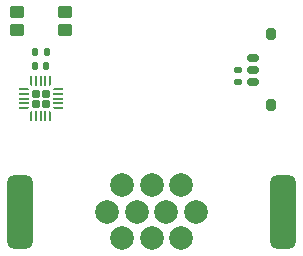
<source format=gbr>
%TF.GenerationSoftware,KiCad,Pcbnew,(5.99.0-11748-g24a41559ca)*%
%TF.CreationDate,2021-08-27T16:42:58+03:00*%
%TF.ProjectId,Flux Condenser,466c7578-2043-46f6-9e64-656e7365722e,3A*%
%TF.SameCoordinates,PX7bfa480PY6bc3e40*%
%TF.FileFunction,Paste,Bot*%
%TF.FilePolarity,Positive*%
%FSLAX46Y46*%
G04 Gerber Fmt 4.6, Leading zero omitted, Abs format (unit mm)*
G04 Created by KiCad (PCBNEW (5.99.0-11748-g24a41559ca)) date 2021-08-27 16:42:58*
%MOMM*%
%LPD*%
G01*
G04 APERTURE LIST*
G04 Aperture macros list*
%AMRoundRect*
0 Rectangle with rounded corners*
0 $1 Rounding radius*
0 $2 $3 $4 $5 $6 $7 $8 $9 X,Y pos of 4 corners*
0 Add a 4 corners polygon primitive as box body*
4,1,4,$2,$3,$4,$5,$6,$7,$8,$9,$2,$3,0*
0 Add four circle primitives for the rounded corners*
1,1,$1+$1,$2,$3*
1,1,$1+$1,$4,$5*
1,1,$1+$1,$6,$7*
1,1,$1+$1,$8,$9*
0 Add four rect primitives between the rounded corners*
20,1,$1+$1,$2,$3,$4,$5,0*
20,1,$1+$1,$4,$5,$6,$7,0*
20,1,$1+$1,$6,$7,$8,$9,0*
20,1,$1+$1,$8,$9,$2,$3,0*%
%AMFreePoly0*
4,1,15,0.385355,0.085355,0.400000,0.050000,0.400000,0.000711,0.399705,0.000000,0.385355,-0.034644,0.334644,-0.085355,0.299289,-0.100000,-0.350000,-0.100000,-0.385355,-0.085355,-0.400000,-0.050000,-0.400000,0.050000,-0.385355,0.085355,-0.350000,0.100000,0.350000,0.100000,0.385355,0.085355,0.385355,0.085355,$1*%
%AMFreePoly1*
4,1,14,0.334644,0.085355,0.385355,0.034644,0.400000,-0.000711,0.400000,-0.050000,0.385355,-0.085355,0.350000,-0.100000,-0.350000,-0.100000,-0.385355,-0.085355,-0.400000,-0.050000,-0.400000,0.050000,-0.385355,0.085355,-0.350000,0.100000,0.299289,0.100000,0.334644,0.085355,0.334644,0.085355,$1*%
%AMFreePoly2*
4,1,14,0.085355,0.385355,0.100000,0.350000,0.100000,-0.350000,0.085355,-0.385355,0.050000,-0.400000,0.000711,-0.400000,-0.034644,-0.385355,-0.085355,-0.334644,-0.100000,-0.299289,-0.100000,0.350000,-0.085355,0.385355,-0.050000,0.400000,0.050000,0.400000,0.085355,0.385355,0.085355,0.385355,$1*%
%AMFreePoly3*
4,1,15,0.085355,0.385355,0.100000,0.350000,0.100000,-0.299289,0.099705,-0.300000,0.085355,-0.334644,0.034644,-0.385355,-0.000711,-0.400000,-0.050000,-0.400000,-0.085355,-0.385355,-0.100000,-0.350000,-0.100000,0.350000,-0.085355,0.385355,-0.050000,0.400000,0.050000,0.400000,0.085355,0.385355,0.085355,0.385355,$1*%
%AMFreePoly4*
4,1,14,0.385355,0.085355,0.400000,0.050000,0.400000,-0.050000,0.385355,-0.085355,0.350000,-0.100000,-0.350000,-0.100000,-0.385355,-0.085355,-0.400000,-0.050000,-0.400000,-0.000711,-0.385355,0.034644,-0.334644,0.085355,-0.299289,0.100000,0.350000,0.100000,0.385355,0.085355,0.385355,0.085355,$1*%
%AMFreePoly5*
4,1,14,0.385355,0.085355,0.400000,0.050000,0.400000,-0.050000,0.385355,-0.085355,0.350000,-0.100000,-0.299289,-0.100000,-0.334644,-0.085355,-0.385355,-0.034644,-0.400000,0.000711,-0.400000,0.050000,-0.385355,0.085355,-0.350000,0.100000,0.350000,0.100000,0.385355,0.085355,0.385355,0.085355,$1*%
%AMFreePoly6*
4,1,14,0.034644,0.385355,0.085355,0.334644,0.100000,0.299289,0.100000,-0.350000,0.085355,-0.385355,0.050000,-0.400000,-0.050000,-0.400000,-0.085355,-0.385355,-0.100000,-0.350000,-0.100000,0.350000,-0.085355,0.385355,-0.050000,0.400000,-0.000711,0.400000,0.034644,0.385355,0.034644,0.385355,$1*%
%AMFreePoly7*
4,1,14,0.085355,0.385355,0.100000,0.350000,0.100000,-0.350000,0.085355,-0.385355,0.050000,-0.400000,-0.050000,-0.400000,-0.085355,-0.385355,-0.100000,-0.350000,-0.100000,0.299289,-0.085355,0.334644,-0.034644,0.385355,0.000711,0.400000,0.050000,0.400000,0.085355,0.385355,0.085355,0.385355,$1*%
G04 Aperture macros list end*
%ADD10RoundRect,0.550000X0.550000X2.550000X-0.550000X2.550000X-0.550000X-2.550000X0.550000X-2.550000X0*%
%ADD11C,2.000000*%
%ADD12RoundRect,0.172500X-0.172500X0.172500X-0.172500X-0.172500X0.172500X-0.172500X0.172500X0.172500X0*%
%ADD13FreePoly0,270.000000*%
%ADD14RoundRect,0.050000X-0.050000X0.350000X-0.050000X-0.350000X0.050000X-0.350000X0.050000X0.350000X0*%
%ADD15FreePoly1,270.000000*%
%ADD16FreePoly2,270.000000*%
%ADD17RoundRect,0.050000X-0.350000X0.050000X-0.350000X-0.050000X0.350000X-0.050000X0.350000X0.050000X0*%
%ADD18FreePoly3,270.000000*%
%ADD19FreePoly4,270.000000*%
%ADD20FreePoly5,270.000000*%
%ADD21FreePoly6,270.000000*%
%ADD22FreePoly7,270.000000*%
%ADD23RoundRect,0.250000X0.375000X0.250000X-0.375000X0.250000X-0.375000X-0.250000X0.375000X-0.250000X0*%
%ADD24RoundRect,0.135000X-0.185000X0.135000X-0.185000X-0.135000X0.185000X-0.135000X0.185000X0.135000X0*%
%ADD25RoundRect,0.200000X-0.200000X0.300000X-0.200000X-0.300000X0.200000X-0.300000X0.200000X0.300000X0*%
%ADD26RoundRect,0.150000X-0.350000X0.150000X-0.350000X-0.150000X0.350000X-0.150000X0.350000X0.150000X0*%
%ADD27RoundRect,0.135000X0.135000X0.185000X-0.135000X0.185000X-0.135000X-0.185000X0.135000X-0.185000X0*%
%ADD28RoundRect,0.140000X0.140000X0.160000X-0.140000X0.160000X-0.140000X-0.160000X0.140000X-0.160000X0*%
G04 APERTURE END LIST*
D10*
%TO.C,BT1*%
X23875000Y10100000D03*
X1625000Y10100000D03*
D11*
X10250000Y7850000D03*
X14000000Y10100000D03*
X11500000Y10100000D03*
X15250000Y7850000D03*
X12750000Y12350000D03*
X15250000Y12350000D03*
X10250000Y12350000D03*
X16500000Y10100000D03*
X12750000Y7850000D03*
X9000000Y10100000D03*
%TD*%
D12*
%TO.C,U1*%
X3785000Y19235000D03*
X3785000Y20085000D03*
X2935000Y20085000D03*
X2935000Y19235000D03*
D13*
X2560000Y21110000D03*
D14*
X2960000Y21110000D03*
X3360000Y21110000D03*
X3760000Y21110000D03*
D15*
X4160000Y21110000D03*
D16*
X4810000Y20460000D03*
D17*
X4810000Y20060000D03*
X4810000Y19660000D03*
X4810000Y19260000D03*
D18*
X4810000Y18860000D03*
D19*
X4160000Y18210000D03*
D14*
X3760000Y18210000D03*
X3360000Y18210000D03*
X2960000Y18210000D03*
D20*
X2560000Y18210000D03*
D21*
X1910000Y18860000D03*
D17*
X1910000Y19260000D03*
X1910000Y19660000D03*
X1910000Y20060000D03*
D22*
X1910000Y20460000D03*
%TD*%
D23*
%TO.C,SW2*%
X5385000Y27000000D03*
X1335000Y27000000D03*
X5385000Y25500000D03*
X1335000Y25500000D03*
%TD*%
D24*
%TO.C,R2*%
X20060000Y22110000D03*
X20060000Y21090000D03*
%TD*%
D25*
%TO.C,SW1*%
X22820000Y19100000D03*
X22820000Y25100000D03*
D26*
X21320000Y23100000D03*
X21320000Y22100000D03*
X21320000Y21100000D03*
%TD*%
D27*
%TO.C,R1*%
X3870000Y23580000D03*
X2850000Y23580000D03*
%TD*%
D28*
%TO.C,C1*%
X3840000Y22460000D03*
X2880000Y22460000D03*
%TD*%
M02*

</source>
